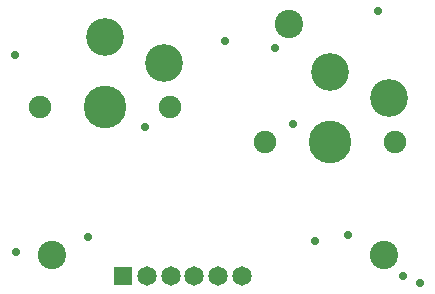
<source format=gts>
G04 EAGLE Gerber RS-274X export*
G75*
%MOMM*%
%FSLAX34Y34*%
%LPD*%
%INSoldermask Top*%
%IPPOS*%
%AMOC8*
5,1,8,0,0,1.08239X$1,22.5*%
G01*
G04 Define Apertures*
%ADD10C,2.403200*%
%ADD11C,3.603200*%
%ADD12C,1.903200*%
%ADD13C,3.203200*%
%ADD14R,1.643200X1.643200*%
%ADD15C,1.643200*%
%ADD16C,0.705600*%
D10*
X140500Y-125250D03*
X-140500Y-125250D03*
X60000Y70000D03*
D11*
X-95250Y0D03*
D12*
X-150250Y0D03*
X-40250Y0D03*
D13*
X-45250Y37000D03*
X-95250Y59000D03*
D11*
X95250Y-30000D03*
D12*
X40250Y-30000D03*
X150250Y-30000D03*
D13*
X145250Y7000D03*
X95250Y29000D03*
D14*
X-80000Y-143600D03*
D15*
X-60000Y-143600D03*
X-40000Y-143600D03*
X-20000Y-143600D03*
X0Y-143600D03*
X20000Y-143600D03*
D16*
X-170700Y-123300D03*
X171300Y-149200D03*
X135200Y81200D03*
X-172200Y44100D03*
X-62100Y-17100D03*
X63400Y-15100D03*
X48600Y49300D03*
X5800Y55700D03*
X82100Y-113882D03*
X156500Y-143400D03*
X-109800Y-110200D03*
X110400Y-109100D03*
M02*

</source>
